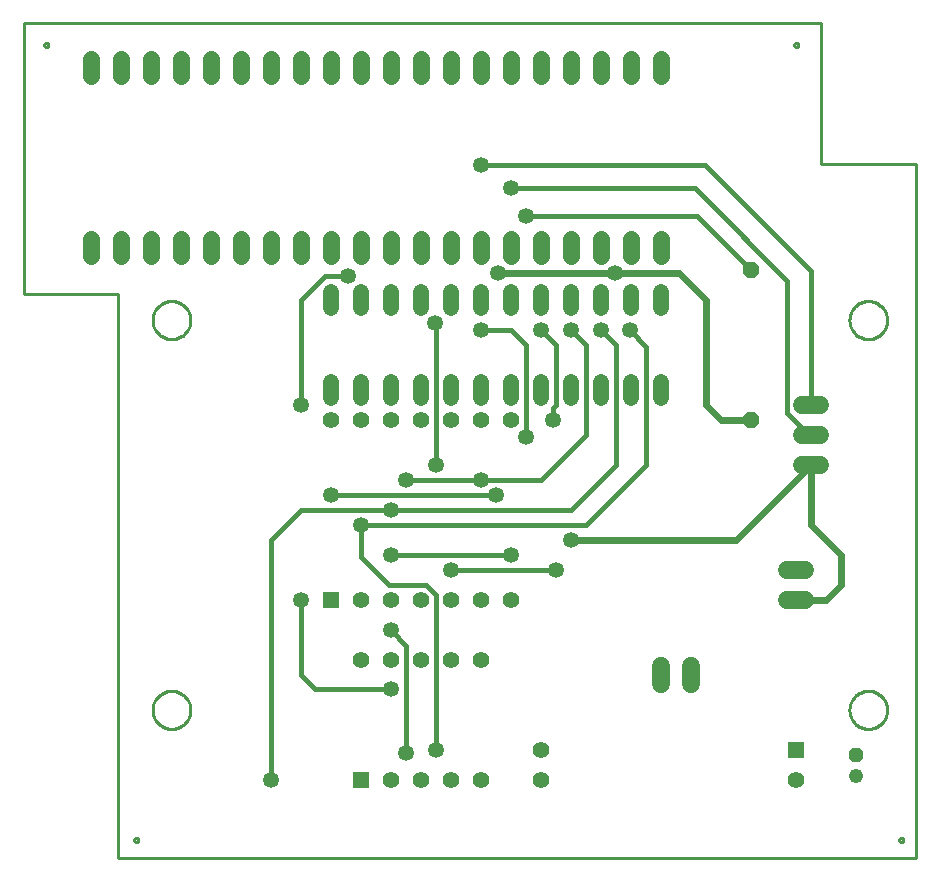
<source format=gbr>
G04 EAGLE Gerber RS-274X export*
G75*
%MOMM*%
%FSLAX34Y34*%
%LPD*%
%INTop Copper*%
%IPPOS*%
%AMOC8*
5,1,8,0,0,1.08239X$1,22.5*%
G01*
%ADD10P,1.319650X8X112.500000*%
%ADD11C,1.219200*%
%ADD12R,1.408000X1.408000*%
%ADD13C,1.408000*%
%ADD14C,1.524000*%
%ADD15P,1.429621X8X112.500000*%
%ADD16C,1.320800*%
%ADD17C,1.408000*%
%ADD18C,1.350000*%
%ADD19C,0.406400*%
%ADD20C,0.609600*%
%ADD21C,0.254000*%


D10*
X774700Y250190D03*
D11*
X774700Y232410D03*
D12*
X330200Y381000D03*
D13*
X355600Y381000D03*
X381000Y381000D03*
X406400Y381000D03*
X431800Y381000D03*
X457200Y381000D03*
X482600Y381000D03*
X482600Y533400D03*
X457200Y533400D03*
X431800Y533400D03*
X406400Y533400D03*
X381000Y533400D03*
X355600Y533400D03*
X330200Y533400D03*
D12*
X355600Y228600D03*
D13*
X381000Y228600D03*
X406400Y228600D03*
X431800Y228600D03*
X457200Y228600D03*
X457200Y330200D03*
X431800Y330200D03*
X406400Y330200D03*
X381000Y330200D03*
X355600Y330200D03*
D14*
X716280Y406400D02*
X731520Y406400D01*
X731520Y381000D02*
X716280Y381000D01*
X728980Y495300D02*
X744220Y495300D01*
X744220Y520700D02*
X728980Y520700D01*
X728980Y546100D02*
X744220Y546100D01*
X609600Y325120D02*
X609600Y309880D01*
X635000Y309880D02*
X635000Y325120D01*
D15*
X685800Y533400D03*
X685800Y660400D03*
D16*
X330200Y565404D02*
X330200Y552196D01*
X355600Y552196D02*
X355600Y565404D01*
X381000Y565404D02*
X381000Y552196D01*
X406400Y552196D02*
X406400Y565404D01*
X431800Y565404D02*
X431800Y552196D01*
X457200Y552196D02*
X457200Y565404D01*
X482600Y565404D02*
X482600Y552196D01*
X508000Y552196D02*
X508000Y565404D01*
X533400Y565404D02*
X533400Y552196D01*
X558800Y552196D02*
X558800Y565404D01*
X584200Y565404D02*
X584200Y552196D01*
X609600Y552196D02*
X609600Y565404D01*
X609600Y628396D02*
X609600Y641604D01*
X584200Y641604D02*
X584200Y628396D01*
X558800Y628396D02*
X558800Y641604D01*
X533400Y641604D02*
X533400Y628396D01*
X508000Y628396D02*
X508000Y641604D01*
X482600Y641604D02*
X482600Y628396D01*
X457200Y628396D02*
X457200Y641604D01*
X431800Y641604D02*
X431800Y628396D01*
X406400Y628396D02*
X406400Y641604D01*
X381000Y641604D02*
X381000Y628396D01*
X355600Y628396D02*
X355600Y641604D01*
X330200Y641604D02*
X330200Y628396D01*
D13*
X508000Y254000D03*
X508000Y228600D03*
D12*
X723900Y254000D03*
D13*
X723900Y228600D03*
D17*
X127000Y672410D02*
X127000Y686490D01*
X152400Y686490D02*
X152400Y672410D01*
X177800Y672410D02*
X177800Y686490D01*
X203200Y686490D02*
X203200Y672410D01*
X228600Y672410D02*
X228600Y686490D01*
X254000Y686490D02*
X254000Y672410D01*
X279400Y672410D02*
X279400Y686490D01*
X304800Y686490D02*
X304800Y672410D01*
X330200Y672410D02*
X330200Y686490D01*
X355600Y686490D02*
X355600Y672410D01*
X381000Y672410D02*
X381000Y686490D01*
X406400Y686490D02*
X406400Y672410D01*
X431800Y672410D02*
X431800Y686490D01*
X457200Y686490D02*
X457200Y672410D01*
X482600Y672410D02*
X482600Y686490D01*
X508000Y686490D02*
X508000Y672410D01*
X533400Y672410D02*
X533400Y686490D01*
X558800Y686490D02*
X558800Y672410D01*
X584200Y672410D02*
X584200Y686490D01*
X609600Y686490D02*
X609600Y672410D01*
X127000Y824810D02*
X127000Y838890D01*
X152400Y838890D02*
X152400Y824810D01*
X177800Y824810D02*
X177800Y838890D01*
X203200Y838890D02*
X203200Y824810D01*
X228600Y824810D02*
X228600Y838890D01*
X254000Y838890D02*
X254000Y824810D01*
X279400Y824810D02*
X279400Y838890D01*
X304800Y838890D02*
X304800Y824810D01*
X330200Y824810D02*
X330200Y838890D01*
X355600Y838890D02*
X355600Y824810D01*
X381000Y824810D02*
X381000Y838890D01*
X406400Y838890D02*
X406400Y824810D01*
X431800Y824810D02*
X431800Y838890D01*
X457200Y838890D02*
X457200Y824810D01*
X482600Y824810D02*
X482600Y838890D01*
X508000Y838890D02*
X508000Y824810D01*
X533400Y824810D02*
X533400Y838890D01*
X558800Y838890D02*
X558800Y824810D01*
X584200Y824810D02*
X584200Y838890D01*
X609600Y838890D02*
X609600Y824810D01*
D18*
X469900Y469900D03*
D19*
X330200Y469900D01*
D18*
X330200Y469900D03*
X582930Y609600D03*
D19*
X582944Y609600D01*
X596900Y595644D01*
X596900Y495300D01*
X546100Y444500D01*
X355600Y444500D01*
D18*
X355600Y444500D03*
X419100Y254000D03*
D19*
X355600Y417431D02*
X355600Y444500D01*
X355600Y417431D02*
X379331Y393700D01*
X410840Y393700D01*
X419100Y385440D01*
X419100Y254000D01*
D18*
X419100Y495300D03*
D19*
X419100Y614680D02*
X417830Y615950D01*
X419100Y614680D02*
X419100Y495300D01*
D18*
X417830Y615950D03*
X304800Y381000D03*
X381000Y306070D03*
X304800Y546100D03*
D19*
X304800Y634890D01*
X325230Y655320D01*
D18*
X344170Y655320D03*
D19*
X325230Y655320D01*
X316230Y306070D02*
X381000Y306070D01*
X316230Y306070D02*
X304800Y317500D01*
X304800Y381000D01*
D18*
X381000Y457200D03*
D19*
X304800Y457200D01*
X279400Y431800D01*
X279400Y228600D01*
D18*
X279400Y228600D03*
X558800Y609600D03*
D19*
X571500Y596900D01*
X571500Y495300D01*
X533400Y457200D01*
X381000Y457200D01*
D18*
X508000Y609600D03*
D19*
X520700Y596900D01*
X520700Y546100D01*
X518160Y543560D01*
X518160Y533400D01*
D18*
X518160Y533400D03*
X520700Y406400D03*
D19*
X431800Y406400D01*
D18*
X431800Y406400D03*
D20*
X723900Y381000D02*
X749300Y381000D01*
X762000Y393700D01*
X762000Y419100D01*
X736600Y444500D01*
X736600Y495300D01*
D18*
X533400Y431800D03*
D20*
X673100Y431800D01*
X736600Y495300D01*
X685800Y533400D02*
X660400Y533400D01*
D18*
X471170Y657860D03*
D20*
X570230Y657860D01*
D18*
X570230Y657860D03*
D20*
X624840Y657860D01*
X647700Y635000D02*
X647700Y546100D01*
X660400Y533400D01*
X647700Y635000D02*
X624840Y657860D01*
D19*
X640080Y706120D02*
X495300Y706120D01*
X640080Y706120D02*
X685800Y660400D01*
D18*
X495300Y706120D03*
D19*
X645636Y721836D02*
X715963Y651510D01*
X645636Y721836D02*
X637858Y729615D01*
X715963Y651510D02*
X715963Y539750D01*
X735013Y520700D01*
X736600Y520700D01*
D18*
X482600Y730250D03*
D19*
X637223Y730250D01*
X637858Y729615D01*
X736600Y659765D02*
X736600Y546100D01*
D18*
X457200Y749300D03*
D19*
X647065Y749300D01*
X736600Y659765D01*
D18*
X533400Y609600D03*
D19*
X546100Y596900D01*
X546100Y520700D01*
X508000Y482600D01*
D18*
X457200Y482600D03*
D19*
X508000Y482600D01*
D18*
X393700Y482600D03*
D19*
X457200Y482600D01*
D18*
X393700Y251896D03*
X381000Y355600D03*
D19*
X393700Y342320D02*
X393700Y251896D01*
X393700Y342320D02*
X381000Y355600D01*
D18*
X482600Y419100D03*
D19*
X381000Y419100D01*
D18*
X381000Y419100D03*
X495300Y518662D03*
D19*
X495300Y596900D01*
D18*
X457200Y609600D03*
D19*
X482600Y609600D01*
X495300Y596900D01*
D21*
X70000Y640000D02*
X150000Y640000D01*
X150000Y163000D01*
X825000Y163000D01*
X825000Y750000D01*
X745000Y750000D01*
X745000Y870000D01*
X70000Y870000D01*
X70000Y640000D01*
X211000Y617476D02*
X210932Y616431D01*
X210795Y615392D01*
X210590Y614365D01*
X210319Y613353D01*
X209983Y612361D01*
X209582Y611393D01*
X209118Y610454D01*
X208595Y609546D01*
X208013Y608675D01*
X207375Y607844D01*
X206684Y607057D01*
X205943Y606316D01*
X205156Y605625D01*
X204325Y604988D01*
X203454Y604406D01*
X202546Y603882D01*
X201607Y603418D01*
X200639Y603017D01*
X199647Y602681D01*
X198635Y602410D01*
X197608Y602205D01*
X196569Y602069D01*
X195524Y602000D01*
X194476Y602000D01*
X193431Y602069D01*
X192392Y602205D01*
X191365Y602410D01*
X190353Y602681D01*
X189361Y603017D01*
X188393Y603418D01*
X187454Y603882D01*
X186546Y604406D01*
X185675Y604988D01*
X184844Y605625D01*
X184057Y606316D01*
X183316Y607057D01*
X182625Y607844D01*
X181988Y608675D01*
X181406Y609546D01*
X180882Y610454D01*
X180418Y611393D01*
X180017Y612361D01*
X179681Y613353D01*
X179410Y614365D01*
X179205Y615392D01*
X179069Y616431D01*
X179000Y617476D01*
X179000Y618524D01*
X179069Y619569D01*
X179205Y620608D01*
X179410Y621635D01*
X179681Y622647D01*
X180017Y623639D01*
X180418Y624607D01*
X180882Y625546D01*
X181406Y626454D01*
X181988Y627325D01*
X182625Y628156D01*
X183316Y628943D01*
X184057Y629684D01*
X184844Y630375D01*
X185675Y631013D01*
X186546Y631595D01*
X187454Y632118D01*
X188393Y632582D01*
X189361Y632983D01*
X190353Y633319D01*
X191365Y633590D01*
X192392Y633795D01*
X193431Y633932D01*
X194476Y634000D01*
X195524Y634000D01*
X196569Y633932D01*
X197608Y633795D01*
X198635Y633590D01*
X199647Y633319D01*
X200639Y632983D01*
X201607Y632582D01*
X202546Y632118D01*
X203454Y631595D01*
X204325Y631013D01*
X205156Y630375D01*
X205943Y629684D01*
X206684Y628943D01*
X207375Y628156D01*
X208013Y627325D01*
X208595Y626454D01*
X209118Y625546D01*
X209582Y624607D01*
X209983Y623639D01*
X210319Y622647D01*
X210590Y621635D01*
X210795Y620608D01*
X210932Y619569D01*
X211000Y618524D01*
X211000Y617476D01*
X211000Y287476D02*
X210932Y286431D01*
X210795Y285392D01*
X210590Y284365D01*
X210319Y283353D01*
X209983Y282361D01*
X209582Y281393D01*
X209118Y280454D01*
X208595Y279546D01*
X208013Y278675D01*
X207375Y277844D01*
X206684Y277057D01*
X205943Y276316D01*
X205156Y275625D01*
X204325Y274988D01*
X203454Y274406D01*
X202546Y273882D01*
X201607Y273418D01*
X200639Y273017D01*
X199647Y272681D01*
X198635Y272410D01*
X197608Y272205D01*
X196569Y272069D01*
X195524Y272000D01*
X194476Y272000D01*
X193431Y272069D01*
X192392Y272205D01*
X191365Y272410D01*
X190353Y272681D01*
X189361Y273017D01*
X188393Y273418D01*
X187454Y273882D01*
X186546Y274406D01*
X185675Y274988D01*
X184844Y275625D01*
X184057Y276316D01*
X183316Y277057D01*
X182625Y277844D01*
X181988Y278675D01*
X181406Y279546D01*
X180882Y280454D01*
X180418Y281393D01*
X180017Y282361D01*
X179681Y283353D01*
X179410Y284365D01*
X179205Y285392D01*
X179069Y286431D01*
X179000Y287476D01*
X179000Y288524D01*
X179069Y289569D01*
X179205Y290608D01*
X179410Y291635D01*
X179681Y292647D01*
X180017Y293639D01*
X180418Y294607D01*
X180882Y295546D01*
X181406Y296454D01*
X181988Y297325D01*
X182625Y298156D01*
X183316Y298943D01*
X184057Y299684D01*
X184844Y300375D01*
X185675Y301013D01*
X186546Y301595D01*
X187454Y302118D01*
X188393Y302582D01*
X189361Y302983D01*
X190353Y303319D01*
X191365Y303590D01*
X192392Y303795D01*
X193431Y303932D01*
X194476Y304000D01*
X195524Y304000D01*
X196569Y303932D01*
X197608Y303795D01*
X198635Y303590D01*
X199647Y303319D01*
X200639Y302983D01*
X201607Y302582D01*
X202546Y302118D01*
X203454Y301595D01*
X204325Y301013D01*
X205156Y300375D01*
X205943Y299684D01*
X206684Y298943D01*
X207375Y298156D01*
X208013Y297325D01*
X208595Y296454D01*
X209118Y295546D01*
X209582Y294607D01*
X209983Y293639D01*
X210319Y292647D01*
X210590Y291635D01*
X210795Y290608D01*
X210932Y289569D01*
X211000Y288524D01*
X211000Y287476D01*
X801000Y617476D02*
X800932Y616431D01*
X800795Y615392D01*
X800590Y614365D01*
X800319Y613353D01*
X799983Y612361D01*
X799582Y611393D01*
X799118Y610454D01*
X798595Y609546D01*
X798013Y608675D01*
X797375Y607844D01*
X796684Y607057D01*
X795943Y606316D01*
X795156Y605625D01*
X794325Y604988D01*
X793454Y604406D01*
X792546Y603882D01*
X791607Y603418D01*
X790639Y603017D01*
X789647Y602681D01*
X788635Y602410D01*
X787608Y602205D01*
X786569Y602069D01*
X785524Y602000D01*
X784476Y602000D01*
X783431Y602069D01*
X782392Y602205D01*
X781365Y602410D01*
X780353Y602681D01*
X779361Y603017D01*
X778393Y603418D01*
X777454Y603882D01*
X776546Y604406D01*
X775675Y604988D01*
X774844Y605625D01*
X774057Y606316D01*
X773316Y607057D01*
X772625Y607844D01*
X771988Y608675D01*
X771406Y609546D01*
X770882Y610454D01*
X770418Y611393D01*
X770017Y612361D01*
X769681Y613353D01*
X769410Y614365D01*
X769205Y615392D01*
X769069Y616431D01*
X769000Y617476D01*
X769000Y618524D01*
X769069Y619569D01*
X769205Y620608D01*
X769410Y621635D01*
X769681Y622647D01*
X770017Y623639D01*
X770418Y624607D01*
X770882Y625546D01*
X771406Y626454D01*
X771988Y627325D01*
X772625Y628156D01*
X773316Y628943D01*
X774057Y629684D01*
X774844Y630375D01*
X775675Y631013D01*
X776546Y631595D01*
X777454Y632118D01*
X778393Y632582D01*
X779361Y632983D01*
X780353Y633319D01*
X781365Y633590D01*
X782392Y633795D01*
X783431Y633932D01*
X784476Y634000D01*
X785524Y634000D01*
X786569Y633932D01*
X787608Y633795D01*
X788635Y633590D01*
X789647Y633319D01*
X790639Y632983D01*
X791607Y632582D01*
X792546Y632118D01*
X793454Y631595D01*
X794325Y631013D01*
X795156Y630375D01*
X795943Y629684D01*
X796684Y628943D01*
X797375Y628156D01*
X798013Y627325D01*
X798595Y626454D01*
X799118Y625546D01*
X799582Y624607D01*
X799983Y623639D01*
X800319Y622647D01*
X800590Y621635D01*
X800795Y620608D01*
X800932Y619569D01*
X801000Y618524D01*
X801000Y617476D01*
X801000Y287476D02*
X800932Y286431D01*
X800795Y285392D01*
X800590Y284365D01*
X800319Y283353D01*
X799983Y282361D01*
X799582Y281393D01*
X799118Y280454D01*
X798595Y279546D01*
X798013Y278675D01*
X797375Y277844D01*
X796684Y277057D01*
X795943Y276316D01*
X795156Y275625D01*
X794325Y274988D01*
X793454Y274406D01*
X792546Y273882D01*
X791607Y273418D01*
X790639Y273017D01*
X789647Y272681D01*
X788635Y272410D01*
X787608Y272205D01*
X786569Y272069D01*
X785524Y272000D01*
X784476Y272000D01*
X783431Y272069D01*
X782392Y272205D01*
X781365Y272410D01*
X780353Y272681D01*
X779361Y273017D01*
X778393Y273418D01*
X777454Y273882D01*
X776546Y274406D01*
X775675Y274988D01*
X774844Y275625D01*
X774057Y276316D01*
X773316Y277057D01*
X772625Y277844D01*
X771988Y278675D01*
X771406Y279546D01*
X770882Y280454D01*
X770418Y281393D01*
X770017Y282361D01*
X769681Y283353D01*
X769410Y284365D01*
X769205Y285392D01*
X769069Y286431D01*
X769000Y287476D01*
X769000Y288524D01*
X769069Y289569D01*
X769205Y290608D01*
X769410Y291635D01*
X769681Y292647D01*
X770017Y293639D01*
X770418Y294607D01*
X770882Y295546D01*
X771406Y296454D01*
X771988Y297325D01*
X772625Y298156D01*
X773316Y298943D01*
X774057Y299684D01*
X774844Y300375D01*
X775675Y301013D01*
X776546Y301595D01*
X777454Y302118D01*
X778393Y302582D01*
X779361Y302983D01*
X780353Y303319D01*
X781365Y303590D01*
X782392Y303795D01*
X783431Y303932D01*
X784476Y304000D01*
X785524Y304000D01*
X786569Y303932D01*
X787608Y303795D01*
X788635Y303590D01*
X789647Y303319D01*
X790639Y302983D01*
X791607Y302582D01*
X792546Y302118D01*
X793454Y301595D01*
X794325Y301013D01*
X795156Y300375D01*
X795943Y299684D01*
X796684Y298943D01*
X797375Y298156D01*
X798013Y297325D01*
X798595Y296454D01*
X799118Y295546D01*
X799582Y294607D01*
X799983Y293639D01*
X800319Y292647D01*
X800590Y291635D01*
X800795Y290608D01*
X800932Y289569D01*
X801000Y288524D01*
X801000Y287476D01*
X725650Y850728D02*
X725583Y850390D01*
X725451Y850071D01*
X725259Y849784D01*
X725016Y849541D01*
X724729Y849349D01*
X724410Y849217D01*
X724072Y849150D01*
X723728Y849150D01*
X723390Y849217D01*
X723071Y849349D01*
X722784Y849541D01*
X722541Y849784D01*
X722349Y850071D01*
X722217Y850390D01*
X722150Y850728D01*
X722150Y851072D01*
X722217Y851410D01*
X722349Y851729D01*
X722541Y852016D01*
X722784Y852259D01*
X723071Y852451D01*
X723390Y852583D01*
X723728Y852650D01*
X724072Y852650D01*
X724410Y852583D01*
X724729Y852451D01*
X725016Y852259D01*
X725259Y852016D01*
X725451Y851729D01*
X725583Y851410D01*
X725650Y851072D01*
X725650Y850728D01*
X166850Y177628D02*
X166783Y177290D01*
X166651Y176971D01*
X166459Y176684D01*
X166216Y176441D01*
X165929Y176249D01*
X165610Y176117D01*
X165272Y176050D01*
X164928Y176050D01*
X164590Y176117D01*
X164271Y176249D01*
X163984Y176441D01*
X163741Y176684D01*
X163549Y176971D01*
X163417Y177290D01*
X163350Y177628D01*
X163350Y177972D01*
X163417Y178310D01*
X163549Y178629D01*
X163741Y178916D01*
X163984Y179159D01*
X164271Y179351D01*
X164590Y179483D01*
X164928Y179550D01*
X165272Y179550D01*
X165610Y179483D01*
X165929Y179351D01*
X166216Y179159D01*
X166459Y178916D01*
X166651Y178629D01*
X166783Y178310D01*
X166850Y177972D01*
X166850Y177628D01*
X814550Y177628D02*
X814483Y177290D01*
X814351Y176971D01*
X814159Y176684D01*
X813916Y176441D01*
X813629Y176249D01*
X813310Y176117D01*
X812972Y176050D01*
X812628Y176050D01*
X812290Y176117D01*
X811971Y176249D01*
X811684Y176441D01*
X811441Y176684D01*
X811249Y176971D01*
X811117Y177290D01*
X811050Y177628D01*
X811050Y177972D01*
X811117Y178310D01*
X811249Y178629D01*
X811441Y178916D01*
X811684Y179159D01*
X811971Y179351D01*
X812290Y179483D01*
X812628Y179550D01*
X812972Y179550D01*
X813310Y179483D01*
X813629Y179351D01*
X813916Y179159D01*
X814159Y178916D01*
X814351Y178629D01*
X814483Y178310D01*
X814550Y177972D01*
X814550Y177628D01*
X90650Y850728D02*
X90583Y850390D01*
X90451Y850071D01*
X90259Y849784D01*
X90016Y849541D01*
X89729Y849349D01*
X89410Y849217D01*
X89072Y849150D01*
X88728Y849150D01*
X88390Y849217D01*
X88071Y849349D01*
X87784Y849541D01*
X87541Y849784D01*
X87349Y850071D01*
X87217Y850390D01*
X87150Y850728D01*
X87150Y851072D01*
X87217Y851410D01*
X87349Y851729D01*
X87541Y852016D01*
X87784Y852259D01*
X88071Y852451D01*
X88390Y852583D01*
X88728Y852650D01*
X89072Y852650D01*
X89410Y852583D01*
X89729Y852451D01*
X90016Y852259D01*
X90259Y852016D01*
X90451Y851729D01*
X90583Y851410D01*
X90650Y851072D01*
X90650Y850728D01*
M02*

</source>
